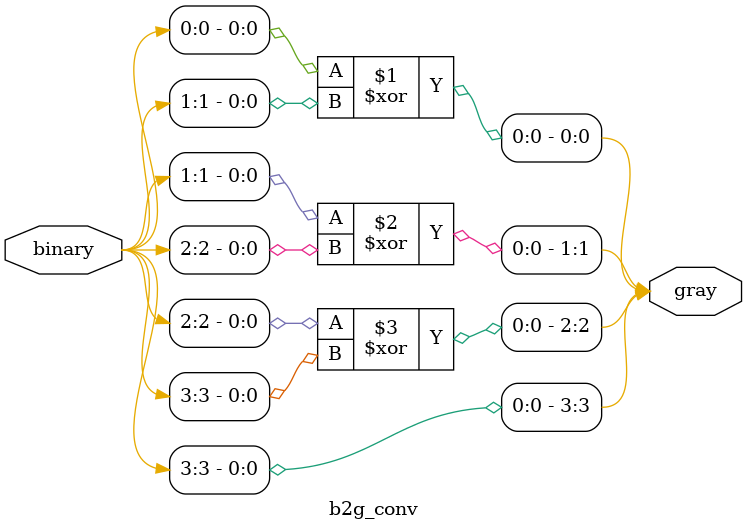
<source format=v>
module b2g_conv #(
    parameter WIDTH = 4
) (
    input  [WIDTH-1:0] binary,
    output [WIDTH-1:0] gray
);
    genvar i;    
    generate
        for(i = 0; i < WIDTH-1 ; i = i+1) begin
        
        assign gray[i] = binary[i] ^ binary[i+1];
        
        end
    endgenerate
    
    assign gray[WIDTH-1] = binary[WIDTH-1];
endmodule
</source>
